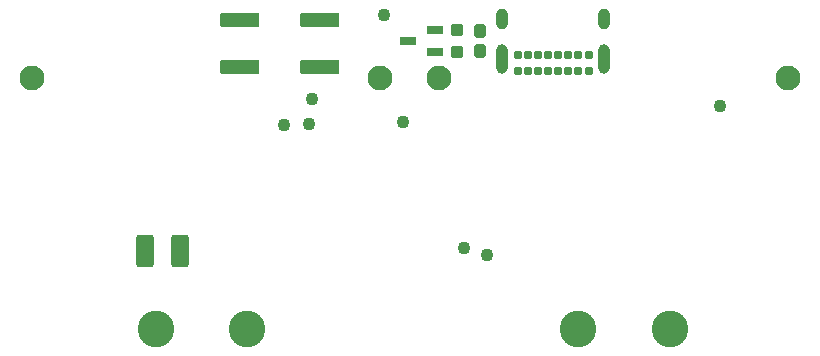
<source format=gbr>
%TF.GenerationSoftware,KiCad,Pcbnew,(6.0.11-0)*%
%TF.CreationDate,2023-04-11T08:14:18-04:00*%
%TF.ProjectId,SLAPS_Solar_Harvester,534c4150-535f-4536-9f6c-61725f486172,rev?*%
%TF.SameCoordinates,Original*%
%TF.FileFunction,Soldermask,Top*%
%TF.FilePolarity,Negative*%
%FSLAX46Y46*%
G04 Gerber Fmt 4.6, Leading zero omitted, Abs format (unit mm)*
G04 Created by KiCad (PCBNEW (6.0.11-0)) date 2023-04-11 08:14:18*
%MOMM*%
%LPD*%
G01*
G04 APERTURE LIST*
G04 Aperture macros list*
%AMRoundRect*
0 Rectangle with rounded corners*
0 $1 Rounding radius*
0 $2 $3 $4 $5 $6 $7 $8 $9 X,Y pos of 4 corners*
0 Add a 4 corners polygon primitive as box body*
4,1,4,$2,$3,$4,$5,$6,$7,$8,$9,$2,$3,0*
0 Add four circle primitives for the rounded corners*
1,1,$1+$1,$2,$3*
1,1,$1+$1,$4,$5*
1,1,$1+$1,$6,$7*
1,1,$1+$1,$8,$9*
0 Add four rect primitives between the rounded corners*
20,1,$1+$1,$2,$3,$4,$5,0*
20,1,$1+$1,$4,$5,$6,$7,0*
20,1,$1+$1,$6,$7,$8,$9,0*
20,1,$1+$1,$8,$9,$2,$3,0*%
G04 Aperture macros list end*
%ADD10C,1.101600*%
%ADD11RoundRect,0.288300X-0.237500X0.250000X-0.237500X-0.250000X0.237500X-0.250000X0.237500X0.250000X0*%
%ADD12RoundRect,0.200800X0.512500X0.150000X-0.512500X0.150000X-0.512500X-0.150000X0.512500X-0.150000X0*%
%ADD13RoundRect,0.050800X1.600000X0.500000X-1.600000X0.500000X-1.600000X-0.500000X1.600000X-0.500000X0*%
%ADD14C,2.101600*%
%ADD15C,0.771600*%
%ADD16O,1.001600X1.801600*%
%ADD17O,1.001600X2.501600*%
%ADD18RoundRect,0.300801X-0.462499X-1.074999X0.462499X-1.074999X0.462499X1.074999X-0.462499X1.074999X0*%
%ADD19C,3.101600*%
%ADD20RoundRect,0.288300X-0.237500X0.287500X-0.237500X-0.287500X0.237500X-0.287500X0.237500X0.287500X0*%
G04 APERTURE END LIST*
D10*
%TO.C,TP14*%
X154600000Y-91400000D03*
%TD*%
D11*
%TO.C,R7*%
X160700000Y-92687500D03*
X160700000Y-94512500D03*
%TD*%
D12*
%TO.C,Q1*%
X158837500Y-94550000D03*
X158837500Y-92650000D03*
X156562500Y-93600000D03*
%TD*%
D13*
%TO.C,B1*%
X149150000Y-95800000D03*
X142350000Y-95800000D03*
X142350000Y-91800000D03*
X149150000Y-91800000D03*
%TD*%
D14*
%TO.C,J3*%
X159250000Y-96750000D03*
%TD*%
%TO.C,J2*%
X124750000Y-96750000D03*
%TD*%
D15*
%TO.C,J1*%
X171875000Y-96098579D03*
X171025000Y-96098579D03*
X170175000Y-96098579D03*
X169325000Y-96098579D03*
X168475000Y-96098579D03*
X167625000Y-96098579D03*
X166775000Y-96098579D03*
X165925000Y-96098579D03*
X165925000Y-94748579D03*
X166775000Y-94748579D03*
X167625000Y-94748579D03*
X168475000Y-94748579D03*
X169325000Y-94748579D03*
X170175000Y-94748579D03*
X171025000Y-94748579D03*
X171875000Y-94748579D03*
D16*
X164575000Y-91738579D03*
X173225000Y-91738579D03*
D17*
X173225000Y-95118579D03*
X164575000Y-95118579D03*
%TD*%
D18*
%TO.C,F1*%
X134312500Y-111350000D03*
X137287500Y-111350000D03*
%TD*%
D19*
%TO.C,BT1*%
X135230000Y-118000000D03*
X143000000Y-118000000D03*
X178770000Y-118000000D03*
X171000000Y-118000000D03*
%TD*%
D10*
%TO.C,TP13*%
X146050000Y-100700000D03*
%TD*%
%TO.C,TP17*%
X161300000Y-111100000D03*
%TD*%
D14*
%TO.C,J5*%
X154250000Y-96750000D03*
%TD*%
D10*
%TO.C,TP10*%
X156150000Y-100450000D03*
%TD*%
D14*
%TO.C,J4*%
X188750000Y-96750000D03*
%TD*%
D10*
%TO.C,TP16*%
X163300000Y-111700000D03*
%TD*%
%TO.C,TP11*%
X148450000Y-98500000D03*
%TD*%
D20*
%TO.C,D1*%
X162700000Y-92725000D03*
X162700000Y-94475000D03*
%TD*%
D10*
%TO.C,TP4*%
X183000000Y-99100000D03*
%TD*%
%TO.C,TP12*%
X148250000Y-100600000D03*
%TD*%
M02*

</source>
